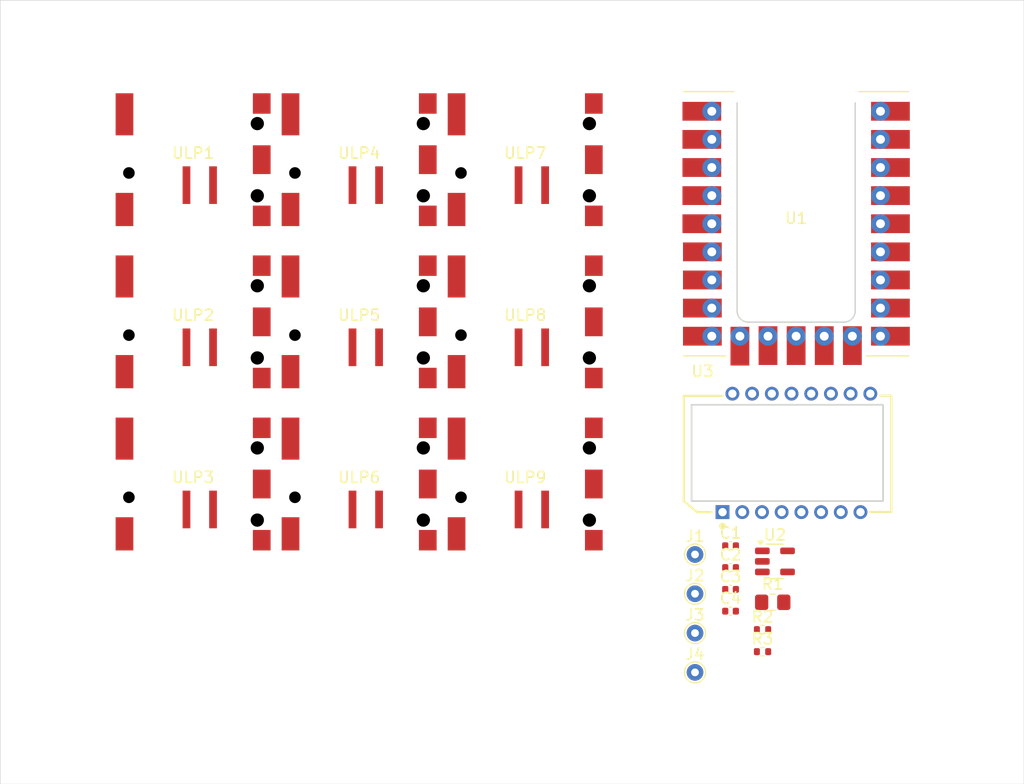
<source format=kicad_pcb>
(kicad_pcb (version 20240108) (generator "pcbnew") (generator_version "8.0")
  (layers (0 "F.Cu" signal) (31 "B.Cu" signal) (34 "B.Paste" user) (35 "F.Paste" user) (36 "B.SilkS" user "B.Silkscreen") (37 "F.SilkS" user "F.Silkscreen") (38 "B.Mask" user) (39 "F.Mask" user) (44 "Edge.Cuts" user))
  (net 0 "")
  (net 1 "+3V3")
  (net 2 "GND")
  (net 3 "VDD_{1.8V~2.1V}")
  (net 4 "Net-(U3-VDDPIX)")
  (net 5 "SPI1_MISO")
  (net 6 "SPI1_CS")
  (net 7 "SPI1_SCLK")
  (net 8 "SPI1_MOSI")
  (net 9 "Net-(U3-~{RESET})")
  (net 10 "MISO")
  (net 11 "Net-(U3-LED_P)")
  (net 12 "SCLK")
  (net 13 "MOSI")
  (net 14 "SW7")
  (net 15 "SW5")
  (net 16 "SW6")
  (net 17 "SW8")
  (net 19 "CS")
  (net 20 "SW3")
  (net 21 "SW4")
  (net 23 "SW1")
  (net 26 "SW9")
  (net 28 "SW2")
  (footprint "Capacitor_SMD:C_0402_1005Metric" (layer "F.Cu") (at 89.422 72.346)
    (property "Reference" "C3" (at 0 -1.16 0) (layer "F.SilkS"))
    (property "Value" "4.7uF/10V")
    (fp_line (start -0.107836 -0.36) (end 0.107836 -0.36) (stroke (width 0.12)) (layer "F.SilkS"))
    (fp_line (start -0.107836 0.36) (end 0.107836 0.36) (stroke (width 0.12)) (layer "F.SilkS"))
    (pad "1" smd roundrect (at -0.48 0) (size 0.56 0.62) (layers "F.Cu" "F.Paste" "F.Mask") (net 4 "Net-(U3-VDDPIX)"))
    (pad "2" smd roundrect (at 0.48 0) (size 0.56 0.62) (layers "F.Cu" "F.Paste" "F.Mask") (net 2 "GND"))
  )
  (footprint "PCM_marbastlib-xp-mx:SW_MX_ULP_1u" (layer "F.Cu") (at 40.87 62.83)
    (property "Reference" "ULP3" (at 0 -0.6 0) (layer "F.SilkS"))
    (property "Value" "ULP_SW_solder")
    (pad "" np_thru_hole circle (at -5.8 1.2) (size 1.05 1.05) (drill 1.05) (layers "*.Mask"))
    (pad "" np_thru_hole circle (at 5.8 -3.26) (size 1.2 1.2) (drill 1.2) (layers "*.Mask"))
    (pad "" np_thru_hole circle (at 5.8 3.26) (size 1.2 1.2) (drill 1.2) (layers "*.Mask"))
    (pad "1" smd rect (at -0.6 2.3) (size 0.7 3.4) (layers "F.Cu" "F.Paste" "F.Mask") (net 20 "SW3"))
    (pad "2" smd rect (at 1.8 2.3) (size 0.7 3.4) (layers "F.Cu" "F.Paste" "F.Mask") (net 2 "GND"))
    (pad "MP" smd rect (at -6.2 -4.1) (size 1.6 3.8) (layers "F.Cu" "F.Paste" "F.Mask"))
    (pad "MP" smd rect (at -6.2 4.5) (size 1.6 3) (layers "F.Cu" "F.Paste" "F.Mask"))
    (pad "MP" smd rect (at 6.2 -5.075) (size 1.6 1.85) (layers "F.Cu" "F.Paste" "F.Mask"))
    (pad "MP" smd rect (at 6.2 0) (size 1.6 2.6) (layers "F.Cu" "F.Paste" "F.Mask"))
    (pad "MP" smd rect (at 6.2 5.075) (size 1.6 1.85) (layers "F.Cu" "F.Paste" "F.Mask"))
  )
  (footprint "Package_TO_SOT_SMD:SOT-23-5" (layer "F.Cu") (at 93.432 69.821)
    (property "Reference" "U2" (at 0 -2.4 0) (layer "F.SilkS"))
    (property "Value" "TLV74318PDBVR")
    (fp_line (start 0 -1.56) (end -0.8 -1.56) (stroke (width 0.12)) (layer "F.SilkS"))
    (fp_line (start 0 -1.56) (end 0.8 -1.56) (stroke (width 0.12)) (layer "F.SilkS"))
    (fp_line (start 0 1.56) (end -0.8 1.56) (stroke (width 0.12)) (layer "F.SilkS"))
    (fp_line (start 0 1.56) (end 0.8 1.56) (stroke (width 0.12)) (layer "F.SilkS"))
    (fp_poly (pts (xy -1.3 -1.51) (xy -1.54 -1.84) (xy -1.06 -1.84) (xy -1.3 -1.51)) (stroke (width 0.12)) (fill solid) (layer "F.SilkS"))
    (pad "1" smd roundrect (at -1.1375 -0.95) (size 1.325 0.6) (layers "F.Cu" "F.Paste" "F.Mask") (net 1 "+3V3"))
    (pad "2" smd roundrect (at -1.1375 0) (size 1.325 0.6) (layers "F.Cu" "F.Paste" "F.Mask") (net 2 "GND"))
    (pad "3" smd roundrect (at -1.1375 0.95) (size 1.325 0.6) (layers "F.Cu" "F.Paste" "F.Mask") (net 1 "+3V3"))
    (pad "4" smd roundrect (at 1.1375 0.95) (size 1.325 0.6) (layers "F.Cu" "F.Paste" "F.Mask"))
    (pad "5" smd roundrect (at 1.1375 -0.95) (size 1.325 0.6) (layers "F.Cu" "F.Paste" "F.Mask") (net 3 "VDD_{1.8V~2.1V}"))
  )
  (footprint "Resistor_SMD:R_0805_2012Metric_Pad1.20x1.40mm_HandSolder" (layer "F.Cu") (at 93.232 73.516)
    (property "Reference" "R1" (at 0 -1.65 0) (layer "F.SilkS"))
    (property "Value" "10k")
    (fp_line (start -0.227064 -0.735) (end 0.227064 -0.735) (stroke (width 0.12)) (layer "F.SilkS"))
    (fp_line (start -0.227064 0.735) (end 0.227064 0.735) (stroke (width 0.12)) (layer "F.SilkS"))
    (pad "1" smd roundrect (at -1 0) (size 1.2 1.4) (layers "F.Cu" "F.Paste" "F.Mask") (roundrect_rratio 0.208333) (net 1 "+3V3"))
    (pad "2" smd roundrect (at 1 0) (size 1.2 1.4) (layers "F.Cu" "F.Paste" "F.Mask") (roundrect_rratio 0.208333) (net 9 "Net-(U3-~{RESET})"))
  )
  (footprint "PCM_marbastlib-xp-mx:SW_MX_ULP_1u" (layer "F.Cu") (at 70.87 48.18)
    (property "Reference" "ULP8" (at 0 -0.6 0) (layer "F.SilkS"))
    (property "Value" "ULP_SW_solder")
    (pad "" np_thru_hole circle (at -5.8 1.2) (size 1.05 1.05) (drill 1.05) (layers "*.Mask"))
    (pad "" np_thru_hole circle (at 5.8 -3.26) (size 1.2 1.2) (drill 1.2) (layers "*.Mask"))
    (pad "" np_thru_hole circle (at 5.8 3.26) (size 1.2 1.2) (drill 1.2) (layers "*.Mask"))
    (pad "1" smd rect (at -0.6 2.3) (size 0.7 3.4) (layers "F.Cu" "F.Paste" "F.Mask") (net 17 "SW8"))
    (pad "2" smd rect (at 1.8 2.3) (size 0.7 3.4) (layers "F.Cu" "F.Paste" "F.Mask") (net 2 "GND"))
    (pad "MP" smd rect (at -6.2 -4.1) (size 1.6 3.8) (layers "F.Cu" "F.Paste" "F.Mask"))
    (pad "MP" smd rect (at -6.2 4.5) (size 1.6 3) (layers "F.Cu" "F.Paste" "F.Mask"))
    (pad "MP" smd rect (at 6.2 -5.075) (size 1.6 1.85) (layers "F.Cu" "F.Paste" "F.Mask"))
    (pad "MP" smd rect (at 6.2 0) (size 1.6 2.6) (layers "F.Cu" "F.Paste" "F.Mask"))
    (pad "MP" smd rect (at 6.2 5.075) (size 1.6 1.85) (layers "F.Cu" "F.Paste" "F.Mask"))
  )
  (footprint "PCM_marbastlib-xp-mx:SW_MX_ULP_1u" (layer "F.Cu") (at 55.87 62.83)
    (property "Reference" "ULP6" (at 0 -0.6 0) (layer "F.SilkS"))
    (property "Value" "ULP_SW_solder")
    (pad "" np_thru_hole circle (at -5.8 1.2) (size 1.05 1.05) (drill 1.05) (layers "*.Mask"))
    (pad "" np_thru_hole circle (at 5.8 -3.26) (size 1.2 1.2) (drill 1.2) (layers "*.Mask"))
    (pad "" np_thru_hole circle (at 5.8 3.26) (size 1.2 1.2) (drill 1.2) (layers "*.Mask"))
    (pad "1" smd rect (at -0.6 2.3) (size 0.7 3.4) (layers "F.Cu" "F.Paste" "F.Mask") (net 16 "SW6"))
    (pad "2" smd rect (at 1.8 2.3) (size 0.7 3.4) (layers "F.Cu" "F.Paste" "F.Mask") (net 2 "GND"))
    (pad "MP" smd rect (at -6.2 -4.1) (size 1.6 3.8) (layers "F.Cu" "F.Paste" "F.Mask"))
    (pad "MP" smd rect (at -6.2 4.5) (size 1.6 3) (layers "F.Cu" "F.Paste" "F.Mask"))
    (pad "MP" smd rect (at 6.2 -5.075) (size 1.6 1.85) (layers "F.Cu" "F.Paste" "F.Mask"))
    (pad "MP" smd rect (at 6.2 0) (size 1.6 2.6) (layers "F.Cu" "F.Paste" "F.Mask"))
    (pad "MP" smd rect (at 6.2 5.075) (size 1.6 1.85) (layers "F.Cu" "F.Paste" "F.Mask"))
  )
  (footprint "Resistor_SMD:R_0402_1005Metric" (layer "F.Cu") (at 92.312 75.986)
    (property "Reference" "R2" (at 0 -1.17 0) (layer "F.SilkS"))
    (property "Value" "10k")
    (fp_line (start -0.153641 -0.38) (end 0.153641 -0.38) (stroke (width 0.12)) (layer "F.SilkS"))
    (fp_line (start -0.153641 0.38) (end 0.153641 0.38) (stroke (width 0.12)) (layer "F.SilkS"))
    (pad "1" smd roundrect (at -0.51 0) (size 0.54 0.64) (layers "F.Cu" "F.Paste" "F.Mask") (net 1 "+3V3"))
    (pad "2" smd roundrect (at 0.51 0) (size 0.54 0.64) (layers "F.Cu" "F.Paste" "F.Mask") (net 10 "MISO"))
  )
  (footprint "Resistor_SMD:R_0402_1005Metric" (layer "F.Cu") (at 92.312 77.976)
    (property "Reference" "R3" (at 0 -1.17 0) (layer "F.SilkS"))
    (property "Value" "39R")
    (fp_line (start -0.153641 -0.38) (end 0.153641 -0.38) (stroke (width 0.12)) (layer "F.SilkS"))
    (fp_line (start -0.153641 0.38) (end 0.153641 0.38) (stroke (width 0.12)) (layer "F.SilkS"))
    (pad "1" smd roundrect (at -0.51 0) (size 0.54 0.64) (layers "F.Cu" "F.Paste" "F.Mask") (net 11 "Net-(U3-LED_P)"))
    (pad "2" smd roundrect (at 0.51 0) (size 0.54 0.64) (layers "F.Cu" "F.Paste" "F.Mask") (net 3 "VDD_{1.8V~2.1V}"))
  )
  (footprint "Capacitor_SMD:C_0402_1005Metric" (layer "F.Cu") (at 89.422 70.376)
    (property "Reference" "C2" (at 0 -1.16 0) (layer "F.SilkS"))
    (property "Value" "1uF")
    (fp_line (start -0.107836 -0.36) (end 0.107836 -0.36) (stroke (width 0.12)) (layer "F.SilkS"))
    (fp_line (start -0.107836 0.36) (end 0.107836 0.36) (stroke (width 0.12)) (layer "F.SilkS"))
    (pad "1" smd roundrect (at -0.48 0) (size 0.56 0.62) (layers "F.Cu" "F.Paste" "F.Mask") (net 3 "VDD_{1.8V~2.1V}"))
    (pad "2" smd roundrect (at 0.48 0) (size 0.56 0.62) (layers "F.Cu" "F.Paste" "F.Mask") (net 2 "GND"))
  )
  (footprint "PCM_marbastlib-xp-mx:SW_MX_ULP_1u" (layer "F.Cu") (at 70.87 62.83)
    (property "Reference" "ULP9" (at 0 -0.6 0) (layer "F.SilkS"))
    (property "Value" "ULP_SW_solder")
    (pad "" np_thru_hole circle (at -5.8 1.2) (size 1.05 1.05) (drill 1.05) (layers "*.Mask"))
    (pad "" np_thru_hole circle (at 5.8 -3.26) (size 1.2 1.2) (drill 1.2) (layers "*.Mask"))
    (pad "" np_thru_hole circle (at 5.8 3.26) (size 1.2 1.2) (drill 1.2) (layers "*.Mask"))
    (pad "1" smd rect (at -0.6 2.3) (size 0.7 3.4) (layers "F.Cu" "F.Paste" "F.Mask") (net 26 "SW9"))
    (pad "2" smd rect (at 1.8 2.3) (size 0.7 3.4) (layers "F.Cu" "F.Paste" "F.Mask") (net 2 "GND"))
    (pad "MP" smd rect (at -6.2 -4.1) (size 1.6 3.8) (layers "F.Cu" "F.Paste" "F.Mask"))
    (pad "MP" smd rect (at -6.2 4.5) (size 1.6 3) (layers "F.Cu" "F.Paste" "F.Mask"))
    (pad "MP" smd rect (at 6.2 -5.075) (size 1.6 1.85) (layers "F.Cu" "F.Paste" "F.Mask"))
    (pad "MP" smd rect (at 6.2 0) (size 1.6 2.6) (layers "F.Cu" "F.Paste" "F.Mask"))
    (pad "MP" smd rect (at 6.2 5.075) (size 1.6 1.85) (layers "F.Cu" "F.Paste" "F.Mask"))
  )
  (footprint "PCM_marbastlib-xp-mx:SW_MX_ULP_1u" (layer "F.Cu") (at 70.87 33.53)
    (property "Reference" "ULP7" (at 0 -0.6 0) (layer "F.SilkS"))
    (property "Value" "ULP_SW_solder")
    (pad "" np_thru_hole circle (at -5.8 1.2) (size 1.05 1.05) (drill 1.05) (layers "*.Mask"))
    (pad "" np_thru_hole circle (at 5.8 -3.26) (size 1.2 1.2) (drill 1.2) (layers "*.Mask"))
    (pad "" np_thru_hole circle (at 5.8 3.26) (size 1.2 1.2) (drill 1.2) (layers "*.Mask"))
    (pad "1" smd rect (at -0.6 2.3) (size 0.7 3.4) (layers "F.Cu" "F.Paste" "F.Mask") (net 14 "SW7"))
    (pad "2" smd rect (at 1.8 2.3) (size 0.7 3.4) (layers "F.Cu" "F.Paste" "F.Mask") (net 2 "GND"))
    (pad "MP" smd rect (at -6.2 -4.1) (size 1.6 3.8) (layers "F.Cu" "F.Paste" "F.Mask"))
    (pad "MP" smd rect (at -6.2 4.5) (size 1.6 3) (layers "F.Cu" "F.Paste" "F.Mask"))
    (pad "MP" smd rect (at 6.2 -5.075) (size 1.6 1.85) (layers "F.Cu" "F.Paste" "F.Mask"))
    (pad "MP" smd rect (at 6.2 0) (size 1.6 2.6) (layers "F.Cu" "F.Paste" "F.Mask"))
    (pad "MP" smd rect (at 6.2 5.075) (size 1.6 1.85) (layers "F.Cu" "F.Paste" "F.Mask"))
  )
  (footprint "pmw3360:PMW3360DM-T2QU 16Pin" (layer "F.Cu") (at 94.868 60.02)
    (property "Reference" "U3" (at -7.9756 -7.366 0) (layer "F.SilkS"))
    (property "Value" "PMW3360DM-T2QU")
    (fp_line (start -9.668 -5.15) (end -6.168 -5.15) (stroke (width 0.2)) (layer "F.SilkS"))
    (fp_line (start -9.668 4.35) (end -9.668 -5.15) (stroke (width 0.2)) (layer "F.SilkS"))
    (fp_line (start -8.468 5.35) (end -9.668 4.35) (stroke (width 0.2)) (layer "F.SilkS"))
    (fp_line (start -7.168 5.35) (end -8.468 5.35) (stroke (width 0.2)) (layer "F.SilkS"))
    (fp_line (start 9.0772 -5.166) (end 8.0772 -5.166) (stroke (width 0.2)) (layer "F.SilkS"))
    (fp_line (start 9.0772 -5.166) (end 9.0772 5.334) (stroke (width 0.2)) (layer "F.SilkS"))
    (fp_line (start 9.0772 5.334) (end 7.1628 5.334) (stroke (width 0.2)) (layer "F.SilkS"))
    (fp_circle (center -6.168 6.604) (end -6.168 6.604) (stroke (width 0.61)) (fill solid) (layer "F.SilkS"))
    (fp_rect (start -8.968 4.35) (end 8.332 -4.35) (stroke (width 0.15)) (fill none) (layer "Edge.Cuts"))
    (pad "1" thru_hole rect (at -6.168 5.35) (size 1.25 1.25) (drill 0.75) (layers "*.Cu" "*.Mask"))
    (pad "2" thru_hole oval (at -4.388 5.35) (size 1.25 1.25) (drill 0.75) (layers "*.Cu" "*.Mask"))
    (pad "3" thru_hole oval (at -2.608 5.35) (size 1.25 1.25) (drill 0.75) (layers "*.Cu" "*.Mask") (net 4 "Net-(U3-VDDPIX)"))
    (pad "4" thru_hole oval (at -0.828 5.35) (size 1.25 1.25) (drill 0.75) (layers "*.Cu" "*.Mask") (net 3 "VDD_{1.8V~2.1V}"))
    (pad "5" thru_hole oval (at 0.952 5.35) (size 1.25 1.25) (drill 0.75) (layers "*.Cu" "*.Mask") (net 1 "+3V3"))
    (pad "6" thru_hole oval (at 2.732 5.35) (size 1.25 1.25) (drill 0.75) (layers "*.Cu" "*.Mask"))
    (pad "7" thru_hole oval (at 4.512 5.35) (size 1.25 1.25) (drill 0.75) (layers "*.Cu" "*.Mask") (net 9 "Net-(U3-~{RESET})"))
    (pad "8" thru_hole oval (at 6.292 5.35) (size 1.25 1.25) (drill 0.75) (layers "*.Cu" "*.Mask") (net 2 "GND"))
    (pad "9" thru_hole oval (at 7.182 -5.35) (size 1.25 1.25) (drill 0.75) (layers "*.Cu" "*.Mask"))
    (pad "10" thru_hole oval (at 5.402 -5.35) (size 1.25 1.25) (drill 0.75) (layers "*.Cu" "*.Mask") (net 12 "SCLK"))
    (pad "11" thru_hole oval (at 3.622 -5.35) (size 1.25 1.25) (drill 0.75) (layers "*.Cu" "*.Mask") (net 13 "MOSI"))
    (pad "12" thru_hole oval (at 1.842 -5.35) (size 1.25 1.25) (drill 0.75) (layers "*.Cu" "*.Mask") (net 10 "MISO"))
    (pad "13" thru_hole oval (at 0.062 -5.35) (size 1.25 1.25) (drill 0.75) (layers "*.Cu" "*.Mask") (net 19 "CS"))
    (pad "14" thru_hole oval (at -1.718 -5.35) (size 1.25 1.25) (drill 0.75) (layers "*.Cu" "*.Mask"))
    (pad "15" thru_hole oval (at -3.498 -5.35) (size 1.25 1.25) (drill 0.75) (layers "*.Cu" "*.Mask") (net 11 "Net-(U3-LED_P)"))
    (pad "16" thru_hole oval (at -5.278 -5.35) (size 1.25 1.25) (drill 0.75) (layers "*.Cu" "*.Mask"))
  )
  (footprint "TestPoint:TestPoint_THTPad_D1.5mm_Drill0.7mm" (layer "F.Cu") (at 86.212 79.846)
    (property "Reference" "J4" (at 0 -1.648 0) (layer "F.SilkS"))
    (property "Value" "Conn_01x01_Pin")
    (fp_circle (center 0 0) (end 0 0.95) (stroke (width 0.12)) (fill none) (layer "F.SilkS"))
    (pad "1" thru_hole circle (at 0 0) (size 1.5 1.5) (drill 0.7) (layers "*.Cu" "*.Mask") (net 8 "SPI1_MOSI"))
  )
  (footprint "PCM_marbastlib-xp-mx:SW_MX_ULP_1u" (layer "F.Cu") (at 40.87 33.53)
    (property "Reference" "ULP1" (at 0 -0.6 0) (layer "F.SilkS"))
    (property "Value" "ULP_SW_solder")
    (pad "" np_thru_hole circle (at -5.8 1.2) (size 1.05 1.05) (drill 1.05) (layers "*.Mask"))
    (pad "" np_thru_hole circle (at 5.8 -3.26) (size 1.2 1.2) (drill 1.2) (layers "*.Mask"))
    (pad "" np_thru_hole circle (at 5.8 3.26) (size 1.2 1.2) (drill 1.2) (layers "*.Mask"))
    (pad "1" smd rect (at -0.6 2.3) (size 0.7 3.4) (layers "F.Cu" "F.Paste" "F.Mask") (net 23 "SW1"))
    (pad "2" smd rect (at 1.8 2.3) (size 0.7 3.4) (layers "F.Cu" "F.Paste" "F.Mask") (net 2 "GND"))
    (pad "MP" smd rect (at -6.2 -4.1) (size 1.6 3.8) (layers "F.Cu" "F.Paste" "F.Mask"))
    (pad "MP" smd rect (at -6.2 4.5) (size 1.6 3) (layers "F.Cu" "F.Paste" "F.Mask"))
    (pad "MP" smd rect (at 6.2 -5.075) (size 1.6 1.85) (layers "F.Cu" "F.Paste" "F.Mask"))
    (pad "MP" smd rect (at 6.2 0) (size 1.6 2.6) (layers "F.Cu" "F.Paste" "F.Mask"))
    (pad "MP" smd rect (at 6.2 5.075) (size 1.6 1.85) (layers "F.Cu" "F.Paste" "F.Mask"))
  )
  (footprint "TestPoint:TestPoint_THTPad_D1.5mm_Drill0.7mm" (layer "F.Cu") (at 86.212 72.746)
    (property "Reference" "J2" (at 0 -1.648 0) (layer "F.SilkS"))
    (property "Value" "Conn_01x01_Pin")
    (fp_circle (center 0 0) (end 0 0.95) (stroke (width 0.12)) (fill none) (layer "F.SilkS"))
    (pad "1" thru_hole circle (at 0 0) (size 1.5 1.5) (drill 0.7) (layers "*.Cu" "*.Mask") (net 6 "SPI1_CS"))
  )
  (footprint "TestPoint:TestPoint_THTPad_D1.5mm_Drill0.7mm" (layer "F.Cu") (at 86.212 76.296)
    (property "Reference" "J3" (at 0 -1.648 0) (layer "F.SilkS"))
    (property "Value" "Conn_01x01_Pin")
    (fp_circle (center 0 0) (end 0 0.95) (stroke (width 0.12)) (fill none) (layer "F.SilkS"))
    (pad "1" thru_hole circle (at 0 0) (size 1.5 1.5) (drill 0.7) (layers "*.Cu" "*.Mask") (net 7 "SPI1_SCLK"))
  )
  (footprint "PCM_marbastlib-xp-mx:SW_MX_ULP_1u" (layer "F.Cu") (at 40.87 48.18)
    (property "Reference" "ULP2" (at 0 -0.6 0) (layer "F.SilkS"))
    (property "Value" "ULP_SW_solder")
    (pad "" np_thru_hole circle (at -5.8 1.2) (size 1.05 1.05) (drill 1.05) (layers "*.Mask"))
    (pad "" np_thru_hole circle (at 5.8 -3.26) (size 1.2 1.2) (drill 1.2) (layers "*.Mask"))
    (pad "" np_thru_hole circle (at 5.8 3.26) (size 1.2 1.2) (drill 1.2) (layers "*.Mask"))
    (pad "1" smd rect (at -0.6 2.3) (size 0.7 3.4) (layers "F.Cu" "F.Paste" "F.Mask") (net 28 "SW2"))
    (pad "2" smd rect (at 1.8 2.3) (size 0.7 3.4) (layers "F.Cu" "F.Paste" "F.Mask") (net 2 "GND"))
    (pad "MP" smd rect (at -6.2 -4.1) (size 1.6 3.8) (layers "F.Cu" "F.Paste" "F.Mask"))
    (pad "MP" smd rect (at -6.2 4.5) (size 1.6 3) (layers "F.Cu" "F.Paste" "F.Mask"))
    (pad "MP" smd rect (at 6.2 -5.075) (size 1.6 1.85) (layers "F.Cu" "F.Paste" "F.Mask"))
    (pad "MP" smd rect (at 6.2 0) (size 1.6 2.6) (layers "F.Cu" "F.Paste" "F.Mask"))
    (pad "MP" smd rect (at 6.2 5.075) (size 1.6 1.85) (layers "F.Cu" "F.Paste" "F.Mask"))
  )
  (footprint "PCM_marbastlib-xp-mx:SW_MX_ULP_1u" (layer "F.Cu") (at 55.87 33.53)
    (property "Reference" "ULP4" (at 0 -0.6 0) (layer "F.SilkS"))
    (property "Value" "ULP_SW_solder")
    (pad "" np_thru_hole circle (at -5.8 1.2) (size 1.05 1.05) (drill 1.05) (layers "*.Mask"))
    (pad "" np_thru_hole circle (at 5.8 -3.26) (size 1.2 1.2) (drill 1.2) (layers "*.Mask"))
    (pad "" np_thru_hole circle (at 5.8 3.26) (size 1.2 1.2) (drill 1.2) (layers "*.Mask"))
    (pad "1" smd rect (at -0.6 2.3) (size 0.7 3.4) (layers "F.Cu" "F.Paste" "F.Mask") (net 21 "SW4"))
    (pad "2" smd rect (at 1.8 2.3) (size 0.7 3.4) (layers "F.Cu" "F.Paste" "F.Mask") (net 2 "GND"))
    (pad "MP" smd rect (at -6.2 -4.1) (size 1.6 3.8) (layers "F.Cu" "F.Paste" "F.Mask"))
    (pad "MP" smd rect (at -6.2 4.5) (size 1.6 3) (layers "F.Cu" "F.Paste" "F.Mask"))
    (pad "MP" smd rect (at 6.2 -5.075) (size 1.6 1.85) (layers "F.Cu" "F.Paste" "F.Mask"))
    (pad "MP" smd rect (at 6.2 0) (size 1.6 2.6) (layers "F.Cu" "F.Paste" "F.Mask"))
    (pad "MP" smd rect (at 6.2 5.075) (size 1.6 1.85) (layers "F.Cu" "F.Paste" "F.Mask"))
  )
  (footprint "Capacitor_SMD:C_0402_1005Metric" (layer "F.Cu") (at 89.422 74.316)
    (property "Reference" "C4" (at 0 -1.16 0) (layer "F.SilkS"))
    (property "Value" "100nF")
    (fp_line (start -0.107836 -0.36) (end 0.107836 -0.36) (stroke (width 0.12)) (layer "F.SilkS"))
    (fp_line (start -0.107836 0.36) (end 0.107836 0.36) (stroke (width 0.12)) (layer "F.SilkS"))
    (pad "1" smd roundrect (at -0.48 0) (size 0.56 0.62) (layers "F.Cu" "F.Paste" "F.Mask") (net 4 "Net-(U3-VDDPIX)"))
    (pad "2" smd roundrect (at 0.48 0) (size 0.56 0.62) (layers "F.Cu" "F.Paste" "F.Mask") (net 2 "GND"))
  )
  (footprint "PCM_marbastlib-xp-mx:SW_MX_ULP_1u" (layer "F.Cu") (at 55.87 48.18)
    (property "Reference" "ULP5" (at 0 -0.6 0) (layer "F.SilkS"))
    (property "Value" "ULP_SW_solder")
    (pad "" np_thru_hole circle (at -5.8 1.2) (size 1.05 1.05) (drill 1.05) (layers "*.Mask"))
    (pad "" np_thru_hole circle (at 5.8 -3.26) (size 1.2 1.2) (drill 1.2) (layers "*.Mask"))
    (pad "" np_thru_hole circle (at 5.8 3.26) (size 1.2 1.2) (drill 1.2) (layers "*.Mask"))
    (pad "1" smd rect (at -0.6 2.3) (size 0.7 3.4) (layers "F.Cu" "F.Paste" "F.Mask") (net 15 "SW5"))
    (pad "2" smd rect (at 1.8 2.3) (size 0.7 3.4) (layers "F.Cu" "F.Paste" "F.Mask") (net 2 "GND"))
    (pad "MP" smd rect (at -6.2 -4.1) (size 1.6 3.8) (layers "F.Cu" "F.Paste" "F.Mask"))
    (pad "MP" smd rect (at -6.2 4.5) (size 1.6 3) (layers "F.Cu" "F.Paste" "F.Mask"))
    (pad "MP" smd rect (at 6.2 -5.075) (size 1.6 1.85) (layers "F.Cu" "F.Paste" "F.Mask"))
    (pad "MP" smd rect (at 6.2 0) (size 1.6 2.6) (layers "F.Cu" "F.Paste" "F.Mask"))
    (pad "MP" smd rect (at 6.2 5.075) (size 1.6 1.85) (layers "F.Cu" "F.Paste" "F.Mask"))
  )
  (footprint "rp2040:RP2040 Zero" (layer "F.Cu") (at 85.187 52.144)
    (property "Reference" "U1" (at 10.16 -13.327 0) (layer "F.SilkS"))
    (property "Value" "RP2040-Zero")
    (fp_line (start 0 -24.765) (end 4.572 -24.765) (stroke (width 0.12)) (layer "F.SilkS"))
    (fp_line (start 0 -0.889) (end 3.81 -0.889) (stroke (width 0.12)) (layer "F.SilkS"))
    (fp_line (start 15.748 -24.765) (end 20.32 -24.765) (stroke (width 0.12)) (layer "F.SilkS"))
    (fp_line (start 16.51 -0.889) (end 20.32 -0.889) (stroke (width 0.12)) (layer "F.SilkS"))
    (fp_line (start 4.826 -23.749) (end 4.826 -4.953) (stroke (width 0.12)) (layer "Edge.Cuts"))
    (fp_line (start 5.842 -3.937) (end 14.478 -3.937) (stroke (width 0.12)) (layer "Edge.Cuts"))
    (fp_line (start 15.494 -4.953) (end 15.494 -23.749) (stroke (width 0.12)) (layer "Edge.Cuts"))
    (fp_arc (start 5.842 -3.937) (mid 5.12358 -4.23458) (end 4.826 -4.953) (stroke (width 0.12)) (layer "Edge.Cuts"))
    (fp_arc (start 15.494 -4.953) (mid 15.19642 -4.23458) (end 14.478 -3.937) (stroke (width 0.12)) (layer "Edge.Cuts"))
    (pad "1" smd rect (at 1.64 -22.987) (size 3.5 1.7) (layers "F.Cu" "F.Mask"))
    (pad "1" thru_hole circle (at 2.54 -22.987) (size 1.7 1.7) (drill 0.8) (layers "*.Cu" "*.Mask"))
    (pad "2" smd rect (at 1.64 -20.447) (size 3.5 1.7) (layers "F.Cu" "F.Mask"))
    (pad "2" thru_hole circle (at 2.54 -20.447) (size 1.7 1.7) (drill 0.8) (layers "*.Cu" "*.Mask"))
    (pad "3" smd rect (at 1.64 -17.907) (size 3.5 1.7) (layers "F.Cu" "F.Mask"))
    (pad "3" thru_hole circle (at 2.54 -17.907) (size 1.7 1.7) (drill 0.8) (layers "*.Cu" "*.Mask"))
    (pad "4" smd rect (at 1.64 -15.367) (size 3.5 1.7) (layers "F.Cu" "F.Mask") (net 23 "SW1"))
    (pad "4" thru_hole circle (at 2.54 -15.367) (size 1.7 1.7) (drill 0.8) (layers "*.Cu" "*.Mask") (net 23 "SW1"))
    (pad "5" smd rect (at 1.64 -12.827) (size 3.5 1.7) (layers "F.Cu" "F.Mask") (net 28 "SW2"))
    (pad "5" thru_hole circle (at 2.54 -12.827) (size 1.7 1.7) (drill 0.8) (layers "*.Cu" "*.Mask") (net 28 "SW2"))
    (pad "6" smd rect (at 1.69 -10.287) (size 3.5 1.7) (layers "F.Cu" "F.Mask") (net 20 "SW3"))
    (pad "6" thru_hole circle (at 2.54 -10.287) (size 1.7 1.7) (drill 0.8) (layers "*.Cu" "*.Mask") (net 20 "SW3"))
    (pad "7" smd rect (at 1.69 -7.747) (size 3.5 1.7) (layers "F.Cu" "F.Mask") (net 21 "SW4"))
    (pad "7" thru_hole circle (at 2.54 -7.747) (size 1.7 1.7) (drill 0.8) (layers "*.Cu" "*.Mask") (net 21 "SW4"))
    (pad "8" smd rect (at 1.69 -5.207) (size 3.5 1.7) (layers "F.Cu" "F.Mask") (net 15 "SW5"))
    (pad "8" thru_hole circle (at 2.54 -5.207) (size 1.7 1.7) (drill 0.8) (layers "*.Cu" "*.Mask") (net 15 "SW5"))
    (pad "9" smd rect (at 1.69 -2.667) (size 3.5 1.7) (layers "F.Cu" "F.Mask") (net 16 "SW6"))
    (pad "9" thru_hole circle (at 2.54 -2.667) (size 1.7 1.7) (drill 0.8) (layers "*.Cu" "*.Mask") (net 16 "SW6"))
    (pad "10" thru_hole circle (at 17.78 -22.987) (size 1.7 1.7) (drill 0.8) (layers "*.Cu" "*.Mask") (net 10 "MISO"))
    (pad "10" smd rect (at 18.68 -22.987) (size 3.5 1.7) (layers "F.Cu" "F.Mask") (net 10 "MISO"))
    (pad "11" thru_hole circle (at 17.78 -20.447) (size 1.7 1.7) (drill 0.8) (layers "*.Cu" "*.Mask") (net 19 "CS"))
    (pad "11" smd rect (at 18.68 -20.447) (size 3.5 1.7) (layers "F.Cu" "F.Mask") (net 19 "CS"))
    (pad "12" thru_hole circle (at 17.78 -17.907) (size 1.7 1.7) (drill 0.8) (layers "*.Cu" "*.Mask") (net 12 "SCLK"))
    (pad "12" smd rect (at 18.68 -17.907) (size 3.5 1.7) (layers "F.Cu" "F.Mask") (net 12 "SCLK"))
    (pad "13" thru_hole circle (at 17.78 -15.367) (size 1.7 1.7) (drill 0.8) (layers "*.Cu" "*.Mask") (net 13 "MOSI"))
    (pad "13" smd rect (at 18.68 -15.367) (size 3.5 1.7) (layers "F.Cu" "F.Mask") (net 13 "MOSI"))
    (pad "14" thru_hole circle (at 17.78 -12.827) (size 1.7 1.7) (drill 0.8) (layers "*.Cu" "*.Mask"))
    (pad "14" smd rect (at 18.68 -12.827) (size 3.5 1.7) (layers "F.Cu" "F.Mask"))
    (pad "15" thru_hole circle (at 17.78 -10.287) (size 1.7 1.7) (drill 0.8) (layers "*.Cu" "*.Mask") (net 14 "SW7"))
    (pad "15" smd rect (at 18.68 -10.287) (size 3.5 1.7) (layers "F.Cu" "F.Mask") (net 14 "SW7"))
    (pad "16" thru_hole circle (at 17.78 -7.747) (size 1.7 1.7) (drill 0.8) (layers "*.Cu" "*.Mask") (net 17 "SW8"))
    (pad "16" smd rect (at 18.68 -7.747) (size 3.5 1.7) (layers "F.Cu" "F.Mask") (net 17 "SW8"))
    (pad "17" thru_hole circle (at 17.78 -5.207) (size 1.7 1.7) (drill 0.8) (layers "*.Cu" "*.Mask") (net 26 "SW9"))
    (pad "17" smd rect (at 18.68 -5.207) (size 3.5 1.7) (layers "F.Cu" "F.Mask") (net 26 "SW9"))
    (pad "18" thru_hole circle (at 17.78 -2.667) (size 1.7 1.7) (drill 0.8) (layers "*.Cu" "*.Mask") (net 5 "SPI1_MISO"))
    (pad "18" smd rect (at 18.68 -2.667) (size 3.5 1.7) (layers "F.Cu" "F.Mask") (net 5 "SPI1_MISO"))
    (pad "19" thru_hole circle (at 5.08 -2.667) (size 1.7 1.7) (drill 0.8) (layers "*.Cu" "*.Mask"))
    (pad "19" smd rect (at 5.08 -1.767 90) (size 3.5 1.7) (layers "F.Cu" "F.Mask"))
    (pad "20" thru_hole circle (at 7.62 -2.667) (size 1.7 1.7) (drill 0.8) (layers "*.Cu" "*.Mask"))
    (pad "20" smd rect (at 7.62 -1.817 90) (size 3.5 1.7) (layers "F.Cu" "F.Mask"))
    (pad "21" thru_hole circle (at 10.16 -2.667) (size 1.7 1.7) (drill 0.8) (layers "*.Cu" "*.Mask") (net 8 "SPI1_MOSI"))
    (pad "21" smd rect (at 10.16 -1.817 90) (size 3.5 1.7) (layers "F.Cu" "F.Mask") (net 8 "SPI1_MOSI"))
    (pad "22" thru_hole circle (at 12.7 -2.667) (size 1.7 1.7) (drill 0.8) (layers "*.Cu" "*.Mask") (net 7 "SPI1_SCLK"))
    (pad "22" smd rect (at 12.7 -1.817 90) (size 3.5 1.7) (layers "F.Cu" "F.Mask") (net 7 "SPI1_SCLK"))
    (pad "23" thru_hole circle (at 15.24 -2.667) (size 1.7 1.7) (drill 0.8) (layers "*.Cu" "*.Mask") (net 6 "SPI1_CS"))
    (pad "23" smd rect (at 15.24 -1.817 90) (size 3.5 1.7) (layers "F.Cu" "F.Mask") (net 6 "SPI1_CS"))
  )
  (footprint "Capacitor_SMD:C_0402_1005Metric" (layer "F.Cu") (at 89.422 68.406)
    (property "Reference" "C1" (at 0 -1.16 0) (layer "F.SilkS"))
    (property "Value" "1uF")
    (fp_line (start -0.107836 -0.36) (end 0.107836 -0.36) (stroke (width 0.12)) (layer "F.SilkS"))
    (fp_line (start -0.107836 0.36) (end 0.107836 0.36) (stroke (width 0.12)) (layer "F.SilkS"))
    (pad "1" smd roundrect (at -0.48 0) (size 0.56 0.62) (layers "F.Cu" "F.Paste" "F.Mask") (net 1 "+3V3"))
    (pad "2" smd roundrect (at 0.48 0) (size 0.56 0.62) (layers "F.Cu" "F.Paste" "F.Mask") (net 2 "GND"))
  )
  (footprint "TestPoint:TestPoint_THTPad_D1.5mm_Drill0.7mm" (layer "F.Cu") (at 86.212 69.196)
    (property "Reference" "J1" (at 0 -1.648 0) (layer "F.SilkS"))
    (property "Value" "Conn_01x01_Pin")
    (fp_circle (center 0 0) (end 0 0.95) (stroke (width 0.12)) (fill none) (layer "F.SilkS"))
    (pad "1" thru_hole circle (at 0 0) (size 1.5 1.5) (drill 0.7) (layers "*.Cu" "*.Mask") (net 5 "SPI1_MISO"))
  )
  (gr_rect (start 23.45 19.13) (end 115.93 89.94) (stroke (width 0.05)) (fill none) (layer "Edge.Cuts"))
)
</source>
